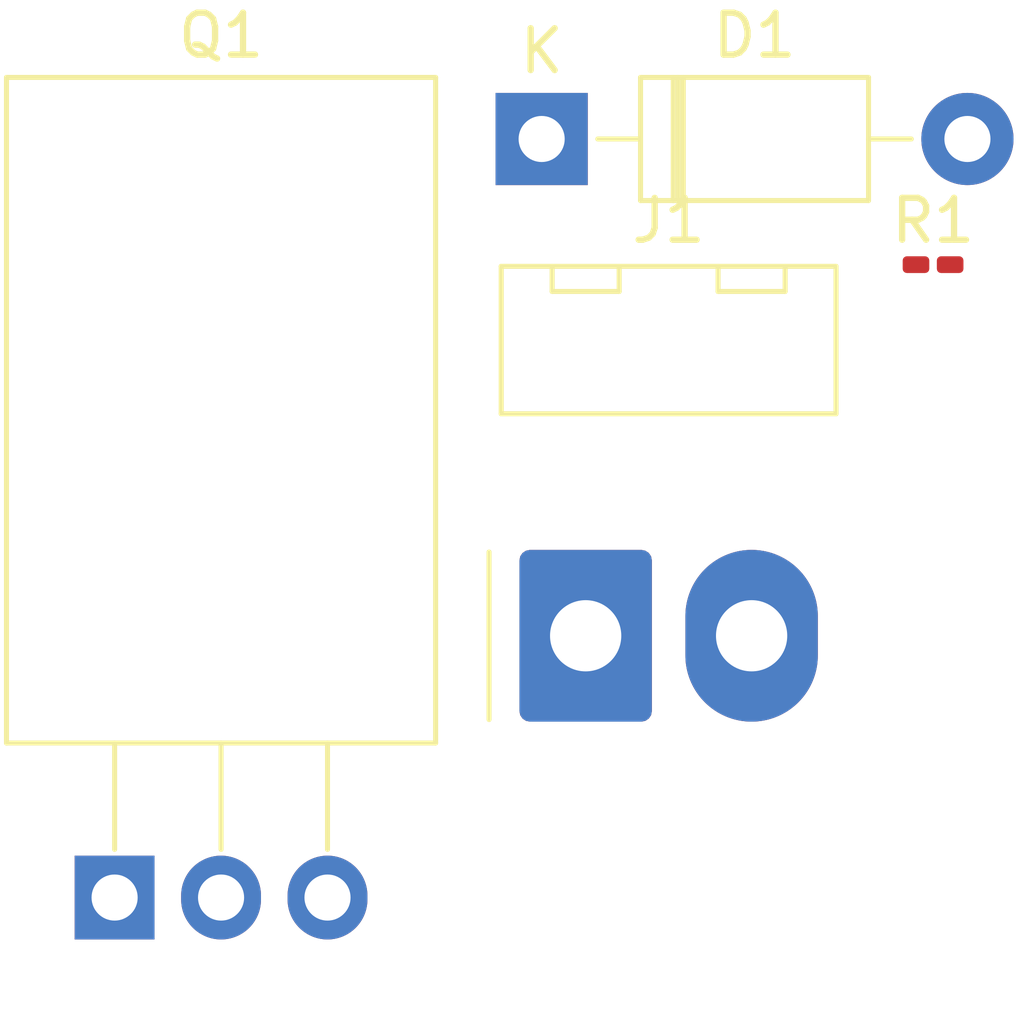
<source format=kicad_pcb>
(kicad_pcb (version 20240108) (generator "pcbnew") (generator_version "8.0")
  (layers (0 "F.Cu" signal) (31 "B.Cu" signal) (34 "B.Paste" user) (35 "F.Paste" user) (36 "B.SilkS" user "B.Silkscreen") (37 "F.SilkS" user "F.Silkscreen") (38 "B.Mask" user) (39 "F.Mask" user) (44 "Edge.Cuts" user))
  (net 0 "")
  (footprint "Package_TO_SOT_THT:TO-220-3_Horizontal_TabDown" (layer "F.Cu") (at 23.8 38.75)
    (property "Reference" "Q1" (at 2.54 -20.58 0) (layer "F.SilkS"))
    (property "Value" "TIP120")
    (fp_line (start -2.58 -19.58) (end -2.58 -3.69) (stroke (width 0.12)) (layer "F.SilkS"))
    (fp_line (start -2.58 -19.58) (end 7.66 -19.58) (stroke (width 0.12)) (layer "F.SilkS"))
    (fp_line (start -2.58 -3.69) (end 7.66 -3.69) (stroke (width 0.12)) (layer "F.SilkS"))
    (fp_line (start 0 -3.69) (end 0 -1.15) (stroke (width 0.12)) (layer "F.SilkS"))
    (fp_line (start 2.54 -3.69) (end 2.54 -1.15) (stroke (width 0.12)) (layer "F.SilkS"))
    (fp_line (start 5.08 -3.69) (end 5.08 -1.15) (stroke (width 0.12)) (layer "F.SilkS"))
    (fp_line (start 7.66 -19.58) (end 7.66 -3.69) (stroke (width 0.12)) (layer "F.SilkS"))
    (pad "" np_thru_hole oval (at 2.54 -16.66) (size 3.5 3.5) (drill 3.5) (layers "*.Cu" "*.Mask"))
    (pad "1" thru_hole rect (at 0 0) (size 1.905 2) (drill 1.1) (layers "*.Cu" "*.Mask"))
    (pad "2" thru_hole oval (at 2.54 0) (size 1.905 2) (drill 1.1) (layers "*.Cu" "*.Mask"))
    (pad "3" thru_hole oval (at 5.08 0) (size 1.905 2) (drill 1.1) (layers "*.Cu" "*.Mask"))
  )
  (footprint "Connector_Molex:Molex_KK-396_A-41792-0002_1x02_P3.96mm_Horizontal" (layer "F.Cu") (at 35.04 32.5)
    (property "Reference" "J1" (at 1.98 -9.91 0) (layer "F.SilkS"))
    (property "Value" "Conn_01x02_Pin")
    (fp_line (start -2.305 -2) (end -2.305 2) (stroke (width 0.12)) (layer "F.SilkS"))
    (fp_line (start -2.015 -8.82) (end 5.975 -8.82) (stroke (width 0.12)) (layer "F.SilkS"))
    (fp_line (start -2.015 -5.3) (end -2.015 -8.82) (stroke (width 0.12)) (layer "F.SilkS"))
    (fp_line (start -0.8 -8.82) (end -0.8 -8.22) (stroke (width 0.12)) (layer "F.SilkS"))
    (fp_line (start -0.8 -8.22) (end 0.8 -8.22) (stroke (width 0.12)) (layer "F.SilkS"))
    (fp_line (start 0.8 -8.22) (end 0.8 -8.82) (stroke (width 0.12)) (layer "F.SilkS"))
    (fp_line (start 3.16 -8.82) (end 3.16 -8.22) (stroke (width 0.12)) (layer "F.SilkS"))
    (fp_line (start 3.16 -8.22) (end 4.76 -8.22) (stroke (width 0.12)) (layer "F.SilkS"))
    (fp_line (start 4.76 -8.22) (end 4.76 -8.82) (stroke (width 0.12)) (layer "F.SilkS"))
    (fp_line (start 5.975 -8.82) (end 5.975 -5.3) (stroke (width 0.12)) (layer "F.SilkS"))
    (fp_line (start 5.975 -5.3) (end -2.015 -5.3) (stroke (width 0.12)) (layer "F.SilkS"))
    (pad "1" thru_hole roundrect (at 0 0) (size 3.16 4.1) (drill 1.7) (layers "*.Cu" "*.Mask") (roundrect_rratio 0.079114))
    (pad "2" thru_hole oval (at 3.96 0) (size 3.16 4.1) (drill 1.7) (layers "*.Cu" "*.Mask"))
  )
  (footprint "Resistor_SMD:R_0201_0603Metric_Pad0.64x0.40mm_HandSolder" (layer "F.Cu") (at 43.33 23.64)
    (property "Reference" "R1" (at 0 -1.05 0) (layer "F.SilkS"))
    (property "Value" "10K")
    (pad "1" smd roundrect (at -0.4075 0) (size 0.635 0.4) (layers "F.Cu" "F.Mask"))
    (pad "2" smd roundrect (at 0.4075 0) (size 0.635 0.4) (layers "F.Cu" "F.Mask"))
  )
  (footprint "Diode_THT:D_DO-41_SOD81_P10.16mm_Horizontal" (layer "F.Cu") (at 33.99 20.64)
    (property "Reference" "D1" (at 5.08 -2.47 0) (layer "F.SilkS"))
    (property "Value" "1N4007")
    (fp_line (start 1.34 0) (end 2.36 0) (stroke (width 0.12)) (layer "F.SilkS"))
    (fp_line (start 2.36 -1.47) (end 2.36 1.47) (stroke (width 0.12)) (layer "F.SilkS"))
    (fp_line (start 2.36 1.47) (end 7.8 1.47) (stroke (width 0.12)) (layer "F.SilkS"))
    (fp_line (start 3.14 -1.47) (end 3.14 1.47) (stroke (width 0.12)) (layer "F.SilkS"))
    (fp_line (start 3.26 -1.47) (end 3.26 1.47) (stroke (width 0.12)) (layer "F.SilkS"))
    (fp_line (start 3.38 -1.47) (end 3.38 1.47) (stroke (width 0.12)) (layer "F.SilkS"))
    (fp_line (start 7.8 -1.47) (end 2.36 -1.47) (stroke (width 0.12)) (layer "F.SilkS"))
    (fp_line (start 7.8 1.47) (end 7.8 -1.47) (stroke (width 0.12)) (layer "F.SilkS"))
    (fp_line (start 8.82 0) (end 7.8 0) (stroke (width 0.12)) (layer "F.SilkS"))
    (fp_text user "K" (at 0 -2.1 0) (layer "F.SilkS"))
    (pad "1" thru_hole rect (at 0 0) (size 2.2 2.2) (drill 1.1) (layers "*.Cu" "*.Mask"))
    (pad "2" thru_hole oval (at 10.16 0) (size 2.2 2.2) (drill 1.1) (layers "*.Cu" "*.Mask"))
  )
)
</source>
